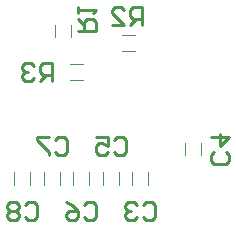
<source format=gbo>
G04*
G04 #@! TF.GenerationSoftware,Altium Limited,Altium Designer,22.7.1 (60)*
G04*
G04 Layer_Color=32896*
%FSAX44Y44*%
%MOMM*%
G71*
G04*
G04 #@! TF.SameCoordinates,B67A478A-0272-44D9-A9C4-7CC6AF38DCCD*
G04*
G04*
G04 #@! TF.FilePolarity,Positive*
G04*
G01*
G75*
%ADD11C,0.1000*%
%ADD13C,0.2540*%
D11*
X00559750Y00936750D02*
X00570250D01*
X00559750Y00923250D02*
X00570250D01*
X00613250Y00834750D02*
Y00845250D01*
X00626750Y00834750D02*
Y00845250D01*
X00581750Y00809750D02*
Y00820250D01*
X00568250Y00809750D02*
Y00820250D01*
X00556750Y00809750D02*
Y00820250D01*
X00543250Y00809750D02*
Y00820250D01*
X00531750Y00809750D02*
Y00820250D01*
X00518250Y00809750D02*
Y00820250D01*
X00506750Y00809750D02*
Y00820250D01*
X00493250Y00809750D02*
Y00820250D01*
X00481750Y00809750D02*
Y00820250D01*
X00468250Y00809750D02*
Y00820250D01*
X00516750Y00934750D02*
Y00945250D01*
X00503250Y00934750D02*
Y00945250D01*
X00515750Y00898250D02*
X00526250D01*
X00515750Y00911750D02*
X00526250D01*
D13*
X00500196Y00897383D02*
Y00912617D01*
X00492578D01*
X00490039Y00910078D01*
Y00905000D01*
X00492578Y00902461D01*
X00500196D01*
X00495117D02*
X00490039Y00897383D01*
X00484961Y00910078D02*
X00482422Y00912617D01*
X00477343D01*
X00474804Y00910078D01*
Y00907539D01*
X00477343Y00905000D01*
X00479883D01*
X00477343D01*
X00474804Y00902461D01*
Y00899922D01*
X00477343Y00897383D01*
X00482422D01*
X00484961Y00899922D01*
X00576834Y00944880D02*
Y00960115D01*
X00569216D01*
X00566677Y00957576D01*
Y00952497D01*
X00569216Y00949958D01*
X00576834D01*
X00571756D02*
X00566677Y00944880D01*
X00551442D02*
X00561599D01*
X00551442Y00955037D01*
Y00957576D01*
X00553981Y00960115D01*
X00559060D01*
X00561599Y00957576D01*
X00522383Y00939843D02*
X00537618D01*
Y00947461D01*
X00535078Y00950000D01*
X00530000D01*
X00527461Y00947461D01*
Y00939843D01*
Y00944922D02*
X00522383Y00950000D01*
Y00955078D02*
Y00960157D01*
Y00957617D01*
X00537618D01*
X00535078Y00955078D01*
X00477539Y00792578D02*
X00480078Y00795117D01*
X00485157D01*
X00487696Y00792578D01*
Y00782422D01*
X00485157Y00779883D01*
X00480078D01*
X00477539Y00782422D01*
X00472461Y00792578D02*
X00469922Y00795117D01*
X00464843D01*
X00462304Y00792578D01*
Y00790039D01*
X00464843Y00787500D01*
X00462304Y00784961D01*
Y00782422D01*
X00464843Y00779883D01*
X00469922D01*
X00472461Y00782422D01*
Y00784961D01*
X00469922Y00787500D01*
X00472461Y00790039D01*
Y00792578D01*
X00469922Y00787500D02*
X00464843D01*
X00502539Y00847578D02*
X00505078Y00850117D01*
X00510157D01*
X00512696Y00847578D01*
Y00837422D01*
X00510157Y00834883D01*
X00505078D01*
X00502539Y00837422D01*
X00497461Y00850117D02*
X00487304D01*
Y00847578D01*
X00497461Y00837422D01*
Y00834883D01*
X00527539Y00792578D02*
X00530078Y00795117D01*
X00535157D01*
X00537696Y00792578D01*
Y00782422D01*
X00535157Y00779883D01*
X00530078D01*
X00527539Y00782422D01*
X00512304Y00795117D02*
X00517383Y00792578D01*
X00522461Y00787500D01*
Y00782422D01*
X00519922Y00779883D01*
X00514843D01*
X00512304Y00782422D01*
Y00784961D01*
X00514843Y00787500D01*
X00522461D01*
X00552539Y00847578D02*
X00555078Y00850117D01*
X00560157D01*
X00562696Y00847578D01*
Y00837422D01*
X00560157Y00834883D01*
X00555078D01*
X00552539Y00837422D01*
X00537304Y00850117D02*
X00547461D01*
Y00842500D01*
X00542383Y00845039D01*
X00539843D01*
X00537304Y00842500D01*
Y00837422D01*
X00539843Y00834883D01*
X00544922D01*
X00547461Y00837422D01*
X00647578Y00837461D02*
X00650117Y00834922D01*
Y00829843D01*
X00647578Y00827304D01*
X00637422D01*
X00634883Y00829843D01*
Y00834922D01*
X00637422Y00837461D01*
X00634883Y00850157D02*
X00650117D01*
X00642500Y00842539D01*
Y00852696D01*
X00577539Y00792578D02*
X00580078Y00795117D01*
X00585157D01*
X00587696Y00792578D01*
Y00782422D01*
X00585157Y00779883D01*
X00580078D01*
X00577539Y00782422D01*
X00572461Y00792578D02*
X00569922Y00795117D01*
X00564843D01*
X00562304Y00792578D01*
Y00790039D01*
X00564843Y00787500D01*
X00567383D01*
X00564843D01*
X00562304Y00784961D01*
Y00782422D01*
X00564843Y00779883D01*
X00569922D01*
X00572461Y00782422D01*
M02*

</source>
